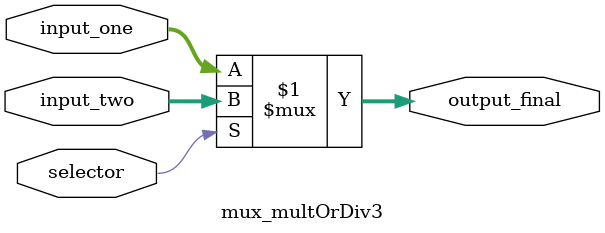
<source format=v>
  module mux_multOrDiv3 (
  input wire         selector,
  input wire  [31:0] input_one,
  input wire  [31:0] input_two,
  output wire [31:0] output_final
);

  assign output_final = (selector) ? input_two : input_one;

  endmodule
</source>
